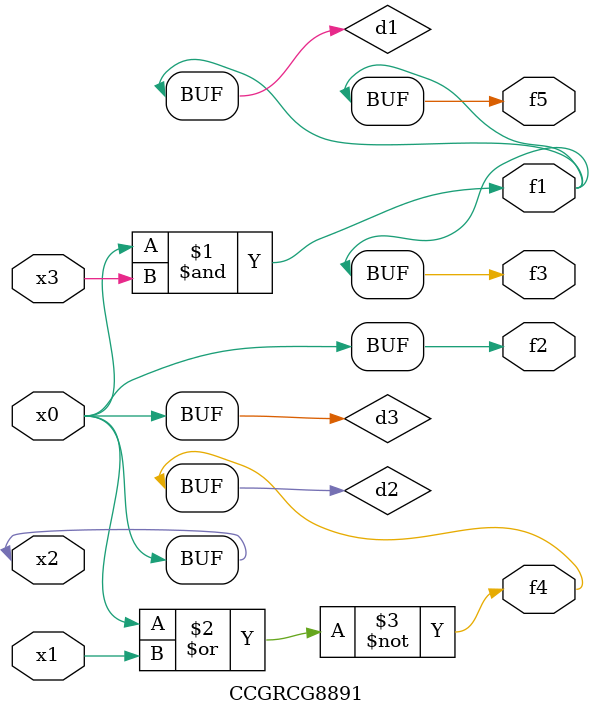
<source format=v>
module CCGRCG8891(
	input x0, x1, x2, x3,
	output f1, f2, f3, f4, f5
);

	wire d1, d2, d3;

	and (d1, x2, x3);
	nor (d2, x0, x1);
	buf (d3, x0, x2);
	assign f1 = d1;
	assign f2 = d3;
	assign f3 = d1;
	assign f4 = d2;
	assign f5 = d1;
endmodule

</source>
